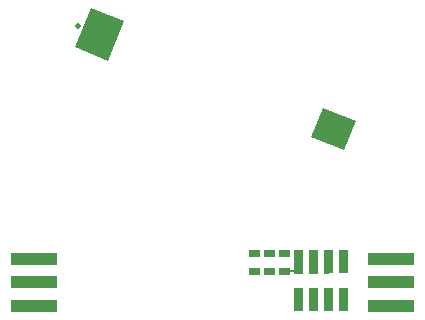
<source format=gbs>
G04 #@! TF.FileFunction,Soldermask,Bot*
%FSLAX46Y46*%
G04 Gerber Fmt 4.6, Leading zero omitted, Abs format (unit mm)*
G04 Created by KiCad (PCBNEW 4.0.0-rc2-stable) date 3/3/2016 3:48:12 PM*
%MOMM*%
G01*
G04 APERTURE LIST*
%ADD10C,0.150000*%
%ADD11R,4.000000X1.000000*%
%ADD12C,0.600000*%
%ADD13C,0.500000*%
G04 APERTURE END LIST*
D10*
D11*
X79309200Y-50206340D03*
X79309200Y-48206340D03*
X79309200Y-46206340D03*
D12*
X78309200Y-50206340D03*
X78309200Y-48206340D03*
X78309200Y-46206340D03*
D11*
X49034782Y-46206340D03*
X49034782Y-48206340D03*
X49034782Y-50206340D03*
D12*
X50034782Y-46206340D03*
X50034782Y-48206340D03*
X50034782Y-50206340D03*
D10*
G36*
X75319890Y-36996060D02*
X72538339Y-35872240D01*
X73512316Y-33461562D01*
X76293867Y-34585382D01*
X75319890Y-36996060D01*
X75319890Y-36996060D01*
G37*
G36*
X55290852Y-29443071D02*
X52509300Y-28319251D01*
X53857884Y-24981389D01*
X56639436Y-26105209D01*
X55290852Y-29443071D01*
X55290852Y-29443071D01*
G37*
D13*
X52812719Y-26500477D03*
D10*
G36*
X71080835Y-50684007D02*
X71071251Y-48684029D01*
X71831243Y-48680387D01*
X71840827Y-50680365D01*
X71080835Y-50684007D01*
X71080835Y-50684007D01*
G37*
G36*
X72350821Y-50677921D02*
X72341237Y-48677943D01*
X73101229Y-48674301D01*
X73110813Y-50674279D01*
X72350821Y-50677921D01*
X72350821Y-50677921D01*
G37*
G36*
X73620806Y-50671835D02*
X73611222Y-48671857D01*
X74371214Y-48668215D01*
X74380798Y-50668193D01*
X73620806Y-50671835D01*
X73620806Y-50671835D01*
G37*
G36*
X74890792Y-50665749D02*
X74881208Y-48665771D01*
X75641200Y-48662129D01*
X75650784Y-50662107D01*
X74890792Y-50665749D01*
X74890792Y-50665749D01*
G37*
G36*
X71065500Y-47484043D02*
X71055916Y-45484065D01*
X71815908Y-45480423D01*
X71825492Y-47480401D01*
X71065500Y-47484043D01*
X71065500Y-47484043D01*
G37*
G36*
X72335486Y-47477957D02*
X72325902Y-45477979D01*
X73085894Y-45474337D01*
X73095478Y-47474315D01*
X72335486Y-47477957D01*
X72335486Y-47477957D01*
G37*
G36*
X73605471Y-47471871D02*
X73595887Y-45471893D01*
X74355879Y-45468251D01*
X74365463Y-47468229D01*
X73605471Y-47471871D01*
X73605471Y-47471871D01*
G37*
G36*
X74885457Y-47465737D02*
X74875873Y-45465760D01*
X75615865Y-45462213D01*
X75625449Y-47462190D01*
X74885457Y-47465737D01*
X74885457Y-47465737D01*
G37*
G36*
X69793807Y-46090121D02*
X69790932Y-45490128D01*
X70690921Y-45485815D01*
X70693796Y-46085808D01*
X69793807Y-46090121D01*
X69793807Y-46090121D01*
G37*
G36*
X69800995Y-47590104D02*
X69798120Y-46990111D01*
X70698109Y-46985798D01*
X70700984Y-47585791D01*
X69800995Y-47590104D01*
X69800995Y-47590104D01*
G37*
G36*
X68551009Y-47596094D02*
X68548134Y-46996101D01*
X69448123Y-46991788D01*
X69450998Y-47591781D01*
X68551009Y-47596094D01*
X68551009Y-47596094D01*
G37*
G36*
X68543821Y-46096111D02*
X68540946Y-45496118D01*
X69440935Y-45491805D01*
X69443810Y-46091798D01*
X68543821Y-46096111D01*
X68543821Y-46096111D01*
G37*
G36*
X67293835Y-46102101D02*
X67290960Y-45502108D01*
X68190949Y-45497795D01*
X68193824Y-46097788D01*
X67293835Y-46102101D01*
X67293835Y-46102101D01*
G37*
G36*
X67301024Y-47602084D02*
X67298149Y-47002091D01*
X68198138Y-46997778D01*
X68201013Y-47597771D01*
X67301024Y-47602084D01*
X67301024Y-47602084D01*
G37*
G36*
X70449789Y-47336991D02*
X70448831Y-47136994D01*
X71348821Y-47132681D01*
X71349779Y-47332678D01*
X70449789Y-47336991D01*
X70449789Y-47336991D01*
G37*
M02*

</source>
